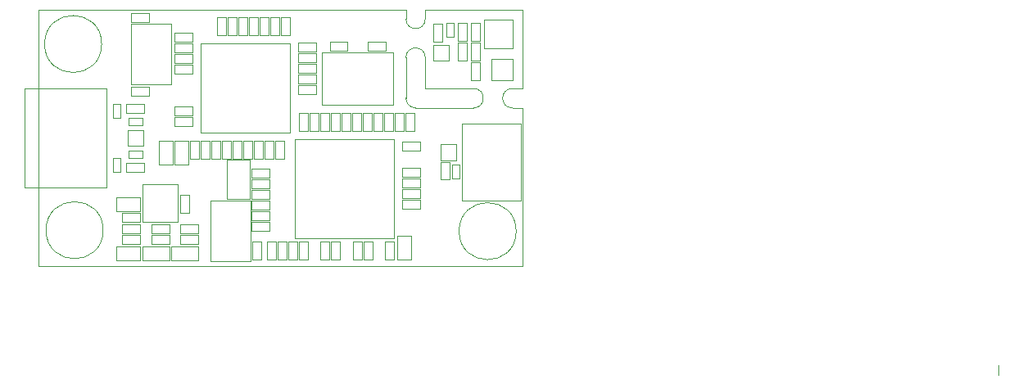
<source format=gbr>
%TF.GenerationSoftware,KiCad,Pcbnew,6.0.10-86aedd382b~118~ubuntu22.04.1*%
%TF.CreationDate,2023-01-11T10:16:45+01:00*%
%TF.ProjectId,nuc-compute-cluster-environment-sensor,6e75632d-636f-46d7-9075-74652d636c75,rev?*%
%TF.SameCoordinates,Original*%
%TF.FileFunction,Other,User*%
%FSLAX46Y46*%
G04 Gerber Fmt 4.6, Leading zero omitted, Abs format (unit mm)*
G04 Created by KiCad (PCBNEW 6.0.10-86aedd382b~118~ubuntu22.04.1) date 2023-01-11 10:16:45 commit a17aeb8*
%MOMM*%
%LPD*%
G01*
G04 APERTURE LIST*
%TA.AperFunction,Profile*%
%ADD10C,0.100000*%
%TD*%
%ADD11C,0.050000*%
G04 APERTURE END LIST*
D10*
X50000000Y18350000D02*
X50000000Y26500000D01*
X48950000Y18350000D02*
G75*
G03*
X48950000Y16350000I0J-1000000D01*
G01*
X44950000Y16350000D02*
G75*
G03*
X44950000Y18350000I0J1000000D01*
G01*
X50000000Y16350000D02*
X50000000Y0D01*
X39950000Y26500000D02*
X50000000Y26500000D01*
X0Y26500000D02*
X0Y0D01*
X48950000Y16350000D02*
X50000000Y16350000D01*
X37950000Y26500000D02*
X0Y26500000D01*
X37948194Y17351594D02*
G75*
G03*
X38948209Y16351594I1000006J6D01*
G01*
X39950000Y18350000D02*
X44950000Y18350000D01*
X39950000Y18350000D02*
X39950000Y21550000D01*
X37950000Y25550000D02*
X37950000Y26500000D01*
X37950000Y21550000D02*
X37948209Y17351594D01*
X39950000Y21550000D02*
G75*
G03*
X37950000Y21550000I-1000000J0D01*
G01*
X48950000Y18350000D02*
X50000000Y18350000D01*
X39950000Y25550000D02*
X39950000Y26500000D01*
X37950000Y25550000D02*
G75*
G03*
X39950000Y25550000I1000000J0D01*
G01*
X38948209Y16351594D02*
X44950000Y16350000D01*
X0Y0D02*
X50000000Y0D01*
D11*
X99228572Y-10235000D02*
X99228572Y-11235000D01*
%TO.C,Y2*%
X19450000Y6940000D02*
X21850000Y6940000D01*
X19450000Y10960000D02*
X21850000Y10960000D01*
X21850000Y10960000D02*
X21850000Y6940000D01*
X19450000Y10960000D02*
X19450000Y6940000D01*
%TO.C,U4*%
X36650000Y22050000D02*
X36650000Y16650000D01*
X29250000Y22050000D02*
X29250000Y16650000D01*
X36650000Y22050000D02*
X29250000Y22050000D01*
X36650000Y16650000D02*
X29250000Y16650000D01*
%TO.C,D1*%
X7635000Y15350000D02*
X8435000Y15350000D01*
X8435000Y15350000D02*
X8435000Y16750000D01*
X8435000Y16750000D02*
X7635000Y16750000D01*
X7635000Y16750000D02*
X7635000Y15350000D01*
%TO.C,C10*%
X15880000Y15530000D02*
X14020000Y15530000D01*
X15880000Y16470000D02*
X15880000Y15530000D01*
X14020000Y16470000D02*
X15880000Y16470000D01*
X14020000Y15530000D02*
X14020000Y16470000D01*
%TO.C,C20*%
X13530000Y4320000D02*
X13530000Y3380000D01*
X13530000Y3380000D02*
X11670000Y3380000D01*
X11670000Y4320000D02*
X13530000Y4320000D01*
X11670000Y3380000D02*
X11670000Y4320000D01*
%TO.C,J1*%
X-1465000Y18350000D02*
X-1465000Y8150000D01*
X6965000Y18350000D02*
X-1465000Y18350000D01*
X-1465000Y8150000D02*
X6965000Y8150000D01*
X6965000Y8150000D02*
X6965000Y18350000D01*
%TO.C,C11*%
X26820000Y20870000D02*
X28680000Y20870000D01*
X28680000Y20870000D02*
X28680000Y19930000D01*
X26820000Y19930000D02*
X26820000Y20870000D01*
X28680000Y19930000D02*
X26820000Y19930000D01*
%TO.C,R3*%
X10915000Y10670000D02*
X10915000Y9730000D01*
X9055000Y10670000D02*
X10915000Y10670000D01*
X9055000Y9730000D02*
X9055000Y10670000D01*
X10915000Y9730000D02*
X9055000Y9730000D01*
%TO.C,C5*%
X14020000Y21920000D02*
X15880000Y21920000D01*
X14020000Y20980000D02*
X14020000Y21920000D01*
X15880000Y21920000D02*
X15880000Y20980000D01*
X15880000Y20980000D02*
X14020000Y20980000D01*
%TO.C,U1*%
X16730000Y23020000D02*
X16730000Y13780000D01*
X25970000Y23020000D02*
X16730000Y23020000D01*
X16730000Y13780000D02*
X25970000Y13780000D01*
X25970000Y13780000D02*
X25970000Y23020000D01*
%TO.C,J2*%
X43760000Y14750000D02*
X49810000Y14750000D01*
X43760000Y6750000D02*
X43760000Y14750000D01*
X49810000Y14750000D02*
X49810000Y6750000D01*
X49810000Y6750000D02*
X43760000Y6750000D01*
%TO.C,R40*%
X39430000Y6870000D02*
X39430000Y5930000D01*
X39430000Y5930000D02*
X37570000Y5930000D01*
X37570000Y5930000D02*
X37570000Y6870000D01*
X37570000Y6870000D02*
X39430000Y6870000D01*
%TO.C,MP1*%
X6500000Y22950000D02*
G75*
G03*
X6500000Y22950000I-2950000J0D01*
G01*
%TO.C,C19*%
X13530000Y3170000D02*
X13530000Y2230000D01*
X13530000Y2230000D02*
X11670000Y2230000D01*
X11670000Y2230000D02*
X11670000Y3170000D01*
X11670000Y3170000D02*
X13530000Y3170000D01*
%TO.C,D5*%
X9160000Y14075000D02*
X10810000Y14075000D01*
X9160000Y12425000D02*
X9160000Y14075000D01*
X10810000Y12425000D02*
X9160000Y12425000D01*
X10810000Y14075000D02*
X10810000Y12425000D01*
%TO.C,R25*%
X16570000Y11070000D02*
X15630000Y11070000D01*
X16570000Y12930000D02*
X16570000Y11070000D01*
X15630000Y11070000D02*
X15630000Y12930000D01*
X15630000Y12930000D02*
X16570000Y12930000D01*
%TO.C,R20*%
X14620000Y3170000D02*
X16480000Y3170000D01*
X16480000Y2230000D02*
X14620000Y2230000D01*
X16480000Y3170000D02*
X16480000Y2230000D01*
X14620000Y2230000D02*
X14620000Y3170000D01*
%TO.C,R6*%
X19370000Y25730000D02*
X19370000Y23870000D01*
X18430000Y25730000D02*
X19370000Y25730000D01*
X18430000Y23870000D02*
X18430000Y25730000D01*
X19370000Y23870000D02*
X18430000Y23870000D01*
%TO.C,C28*%
X21980000Y6930000D02*
X21980000Y7870000D01*
X21980000Y7870000D02*
X23840000Y7870000D01*
X23840000Y6930000D02*
X21980000Y6930000D01*
X23840000Y7870000D02*
X23840000Y6930000D01*
%TO.C,C36*%
X29080000Y2530000D02*
X30020000Y2530000D01*
X29080000Y670000D02*
X29080000Y2530000D01*
X30020000Y670000D02*
X29080000Y670000D01*
X30020000Y2530000D02*
X30020000Y670000D01*
%TO.C,C18*%
X11430000Y18570000D02*
X11430000Y17630000D01*
X9570000Y18570000D02*
X11430000Y18570000D01*
X9570000Y17630000D02*
X9570000Y18570000D01*
X11430000Y17630000D02*
X9570000Y17630000D01*
%TO.C,C30*%
X35830000Y23220000D02*
X35830000Y22280000D01*
X33970000Y23220000D02*
X35830000Y23220000D01*
X33970000Y22280000D02*
X33970000Y23220000D01*
X35830000Y22280000D02*
X33970000Y22280000D01*
%TO.C,R5*%
X19530000Y25730000D02*
X20470000Y25730000D01*
X20470000Y25730000D02*
X20470000Y23870000D01*
X20470000Y23870000D02*
X19530000Y23870000D01*
X19530000Y23870000D02*
X19530000Y25730000D01*
%TO.C,U6*%
X49000000Y25500000D02*
X46000000Y25500000D01*
X49000000Y22500000D02*
X46000000Y22500000D01*
X49000000Y22500000D02*
X49000000Y25500000D01*
X46000000Y22500000D02*
X46000000Y25500000D01*
%TO.C,R7*%
X16480000Y3380000D02*
X14620000Y3380000D01*
X16480000Y4320000D02*
X16480000Y3380000D01*
X14620000Y4320000D02*
X16480000Y4320000D01*
X14620000Y3380000D02*
X14620000Y4320000D01*
%TO.C,R15*%
X24430000Y11070000D02*
X24430000Y12930000D01*
X25370000Y11070000D02*
X24430000Y11070000D01*
X25370000Y12930000D02*
X25370000Y11070000D01*
X24430000Y12930000D02*
X25370000Y12930000D01*
%TO.C,R26*%
X35730000Y13970000D02*
X35730000Y15830000D01*
X35730000Y15830000D02*
X36670000Y15830000D01*
X36670000Y13970000D02*
X35730000Y13970000D01*
X36670000Y15830000D02*
X36670000Y13970000D01*
%TO.C,R23*%
X39430000Y7970000D02*
X39430000Y7030000D01*
X37570000Y7030000D02*
X37570000Y7970000D01*
X37570000Y7970000D02*
X39430000Y7970000D01*
X39430000Y7030000D02*
X37570000Y7030000D01*
%TO.C,C8*%
X21570000Y23870000D02*
X20630000Y23870000D01*
X21570000Y25730000D02*
X21570000Y23870000D01*
X20630000Y25730000D02*
X21570000Y25730000D01*
X20630000Y23870000D02*
X20630000Y25730000D01*
%TO.C,R17*%
X24680000Y670000D02*
X24680000Y2530000D01*
X25620000Y2530000D02*
X25620000Y670000D01*
X24680000Y2530000D02*
X25620000Y2530000D01*
X25620000Y670000D02*
X24680000Y670000D01*
%TO.C,C23*%
X29080000Y15830000D02*
X30020000Y15830000D01*
X30020000Y15830000D02*
X30020000Y13970000D01*
X30020000Y13970000D02*
X29080000Y13970000D01*
X29080000Y13970000D02*
X29080000Y15830000D01*
%TO.C,FB1*%
X12440000Y10590000D02*
X12440000Y12810000D01*
X13860000Y12810000D02*
X13860000Y12950000D01*
X12440000Y10590000D02*
X12440000Y10450000D01*
X13860000Y12810000D02*
X13860000Y10590000D01*
X12440000Y12810000D02*
X12440000Y12950000D01*
X12440000Y12950000D02*
X13860000Y12950000D01*
X13860000Y10450000D02*
X12440000Y10450000D01*
X13860000Y10590000D02*
X13860000Y10450000D01*
%TO.C,U5*%
X48950000Y19215000D02*
X46750000Y19215000D01*
X46750000Y19215000D02*
X46750000Y21415000D01*
X46750000Y21415000D02*
X48950000Y21415000D01*
X48950000Y21415000D02*
X48950000Y19215000D01*
%TO.C,C29*%
X35780000Y670000D02*
X35780000Y2530000D01*
X36720000Y670000D02*
X35780000Y670000D01*
X35780000Y2530000D02*
X36720000Y2530000D01*
X36720000Y2530000D02*
X36720000Y670000D01*
%TO.C,R22*%
X23840000Y8970000D02*
X23840000Y8030000D01*
X21980000Y8970000D02*
X23840000Y8970000D01*
X21980000Y8030000D02*
X21980000Y8970000D01*
X23840000Y8030000D02*
X21980000Y8030000D01*
%TO.C,MP2*%
X6650000Y3700000D02*
G75*
G03*
X6650000Y3700000I-2950000J0D01*
G01*
%TO.C,R13*%
X23170000Y11070000D02*
X22230000Y11070000D01*
X23170000Y12930000D02*
X23170000Y11070000D01*
X22230000Y11070000D02*
X22230000Y12930000D01*
X22230000Y12930000D02*
X23170000Y12930000D01*
%TO.C,C22*%
X14580000Y7330000D02*
X15520000Y7330000D01*
X14580000Y5470000D02*
X14580000Y7330000D01*
X15520000Y7330000D02*
X15520000Y5470000D01*
X15520000Y5470000D02*
X14580000Y5470000D01*
%TO.C,Y3*%
X17760000Y6800000D02*
X21860000Y6800000D01*
X21860000Y500000D02*
X21860000Y6800000D01*
X17760000Y500000D02*
X17760000Y6800000D01*
X21860000Y500000D02*
X17760000Y500000D01*
%TO.C,C38*%
X45620000Y21095000D02*
X45620000Y19235000D01*
X44680000Y19235000D02*
X44680000Y21095000D01*
X45620000Y19235000D02*
X44680000Y19235000D01*
X44680000Y21095000D02*
X45620000Y21095000D01*
%TO.C,FB3*%
X8140000Y5690000D02*
X8000000Y5690000D01*
X10360000Y5690000D02*
X10500000Y5690000D01*
X8000000Y5690000D02*
X8000000Y7110000D01*
X10500000Y7110000D02*
X10500000Y5690000D01*
X8140000Y7110000D02*
X10360000Y7110000D01*
X8140000Y7110000D02*
X8000000Y7110000D01*
X10360000Y7110000D02*
X10500000Y7110000D01*
X10360000Y5690000D02*
X8140000Y5690000D01*
%TO.C,R37*%
X44220000Y23095000D02*
X44220000Y21235000D01*
X43280000Y21235000D02*
X43280000Y23095000D01*
X44220000Y21235000D02*
X43280000Y21235000D01*
X43280000Y23095000D02*
X44220000Y23095000D01*
%TO.C,R16*%
X25780000Y670000D02*
X25780000Y2530000D01*
X25780000Y2530000D02*
X26720000Y2530000D01*
X26720000Y670000D02*
X25780000Y670000D01*
X26720000Y2530000D02*
X26720000Y670000D01*
%TO.C,U2*%
X10725000Y4550000D02*
X10725000Y8450000D01*
X10725000Y8450000D02*
X14375000Y8450000D01*
X14375000Y4550000D02*
X14375000Y8450000D01*
X14375000Y4550000D02*
X10725000Y4550000D01*
%TO.C,C6*%
X15880000Y15370000D02*
X15880000Y14430000D01*
X15880000Y14430000D02*
X14020000Y14430000D01*
X14020000Y14430000D02*
X14020000Y15370000D01*
X14020000Y15370000D02*
X15880000Y15370000D01*
%TO.C,C33*%
X23855000Y4570000D02*
X23855000Y3630000D01*
X21995000Y4570000D02*
X23855000Y4570000D01*
X23855000Y3630000D02*
X21995000Y3630000D01*
X21995000Y3630000D02*
X21995000Y4570000D01*
%TO.C,R35*%
X28680000Y19770000D02*
X28680000Y18830000D01*
X26820000Y19770000D02*
X28680000Y19770000D01*
X26820000Y18830000D02*
X26820000Y19770000D01*
X28680000Y18830000D02*
X26820000Y18830000D01*
%TO.C,C37*%
X40780000Y23220000D02*
X40780000Y25080000D01*
X41720000Y23220000D02*
X40780000Y23220000D01*
X41720000Y25080000D02*
X41720000Y23220000D01*
X40780000Y25080000D02*
X41720000Y25080000D01*
%TO.C,FB2*%
X14040000Y12810000D02*
X14040000Y12950000D01*
X15460000Y12810000D02*
X15460000Y12950000D01*
X15460000Y12810000D02*
X15460000Y10590000D01*
X15460000Y10450000D02*
X14040000Y10450000D01*
X14040000Y10590000D02*
X14040000Y12810000D01*
X14040000Y10590000D02*
X14040000Y10450000D01*
X15460000Y10590000D02*
X15460000Y10450000D01*
X14040000Y12950000D02*
X15460000Y12950000D01*
%TO.C,Y1*%
X13650000Y18750000D02*
X9550000Y18750000D01*
X13650000Y18750000D02*
X13650000Y25050000D01*
X9550000Y18750000D02*
X9550000Y25050000D01*
X9550000Y25050000D02*
X13650000Y25050000D01*
%TO.C,R31*%
X28680000Y21030000D02*
X26820000Y21030000D01*
X28680000Y21970000D02*
X28680000Y21030000D01*
X26820000Y21030000D02*
X26820000Y21970000D01*
X26820000Y21970000D02*
X28680000Y21970000D01*
%TO.C,LD1*%
X13550000Y2010000D02*
X13550000Y590000D01*
X13550000Y2010000D02*
X10750000Y2010000D01*
X10750000Y2010000D02*
X10750000Y590000D01*
X13550000Y590000D02*
X10750000Y590000D01*
%TO.C,C32*%
X34520000Y2530000D02*
X34520000Y670000D01*
X33580000Y670000D02*
X33580000Y2530000D01*
X33580000Y2530000D02*
X34520000Y2530000D01*
X34520000Y670000D02*
X33580000Y670000D01*
%TO.C,D6*%
X43175000Y12575000D02*
X43175000Y10925000D01*
X41525000Y10925000D02*
X41525000Y12575000D01*
X43175000Y10925000D02*
X41525000Y10925000D01*
X41525000Y12575000D02*
X43175000Y12575000D01*
%TO.C,C26*%
X21980000Y9130000D02*
X21980000Y10070000D01*
X23840000Y9130000D02*
X21980000Y9130000D01*
X21980000Y10070000D02*
X23840000Y10070000D01*
X23840000Y10070000D02*
X23840000Y9130000D01*
%TO.C,C31*%
X33420000Y670000D02*
X32480000Y670000D01*
X32480000Y2530000D02*
X33420000Y2530000D01*
X32480000Y670000D02*
X32480000Y2530000D01*
X33420000Y2530000D02*
X33420000Y670000D01*
%TO.C,C2*%
X22670000Y25730000D02*
X22670000Y23870000D01*
X21730000Y23870000D02*
X21730000Y25730000D01*
X21730000Y25730000D02*
X22670000Y25730000D01*
X22670000Y23870000D02*
X21730000Y23870000D01*
%TO.C,R9*%
X37770000Y15830000D02*
X37770000Y13970000D01*
X37770000Y13970000D02*
X36830000Y13970000D01*
X36830000Y13970000D02*
X36830000Y15830000D01*
X36830000Y15830000D02*
X37770000Y15830000D01*
%TO.C,C21*%
X27980000Y15830000D02*
X28920000Y15830000D01*
X28920000Y13970000D02*
X27980000Y13970000D01*
X28920000Y15830000D02*
X28920000Y13970000D01*
X27980000Y13970000D02*
X27980000Y15830000D01*
%TO.C,C24*%
X42455000Y10780000D02*
X42455000Y8920000D01*
X41515000Y10780000D02*
X42455000Y10780000D01*
X42455000Y8920000D02*
X41515000Y8920000D01*
X41515000Y8920000D02*
X41515000Y10780000D01*
%TO.C,C1*%
X17670000Y11070000D02*
X16730000Y11070000D01*
X16730000Y11070000D02*
X16730000Y12930000D01*
X16730000Y12930000D02*
X17670000Y12930000D01*
X17670000Y12930000D02*
X17670000Y11070000D01*
%TO.C,R28*%
X23855000Y5670000D02*
X23855000Y4730000D01*
X21995000Y5670000D02*
X23855000Y5670000D01*
X23855000Y4730000D02*
X21995000Y4730000D01*
X21995000Y4730000D02*
X21995000Y5670000D01*
%TO.C,R24*%
X37570000Y9070000D02*
X39430000Y9070000D01*
X37570000Y8130000D02*
X37570000Y9070000D01*
X39430000Y9070000D02*
X39430000Y8130000D01*
X39430000Y8130000D02*
X37570000Y8130000D01*
%TO.C,C12*%
X25970000Y25730000D02*
X25970000Y23870000D01*
X25970000Y23870000D02*
X25030000Y23870000D01*
X25030000Y23870000D02*
X25030000Y25730000D01*
X25030000Y25730000D02*
X25970000Y25730000D01*
%TO.C,C35*%
X21995000Y5830000D02*
X21995000Y6770000D01*
X23855000Y5830000D02*
X21995000Y5830000D01*
X21995000Y6770000D02*
X23855000Y6770000D01*
X23855000Y6770000D02*
X23855000Y5830000D01*
%TO.C,C7*%
X23770000Y25730000D02*
X23770000Y23870000D01*
X22830000Y23870000D02*
X22830000Y25730000D01*
X22830000Y25730000D02*
X23770000Y25730000D01*
X23770000Y23870000D02*
X22830000Y23870000D01*
%TO.C,D4*%
X10685000Y11150000D02*
X9285000Y11150000D01*
X9285000Y11150000D02*
X9285000Y11950000D01*
X9285000Y11950000D02*
X10685000Y11950000D01*
X10685000Y11950000D02*
X10685000Y11150000D01*
%TO.C,D3*%
X10685000Y14550000D02*
X9285000Y14550000D01*
X9285000Y14550000D02*
X9285000Y15350000D01*
X9285000Y15350000D02*
X10685000Y15350000D01*
X10685000Y15350000D02*
X10685000Y14550000D01*
%TO.C,R27*%
X30070000Y23220000D02*
X31930000Y23220000D01*
X30070000Y22280000D02*
X30070000Y23220000D01*
X31930000Y22280000D02*
X30070000Y22280000D01*
X31930000Y23220000D02*
X31930000Y22280000D01*
%TO.C,FB5*%
X37090000Y790000D02*
X37090000Y3010000D01*
X37090000Y3150000D02*
X38510000Y3150000D01*
X38510000Y790000D02*
X38510000Y650000D01*
X37090000Y3010000D02*
X37090000Y3150000D01*
X38510000Y3010000D02*
X38510000Y790000D01*
X37090000Y790000D02*
X37090000Y650000D01*
X38510000Y3010000D02*
X38510000Y3150000D01*
X38510000Y650000D02*
X37090000Y650000D01*
%TO.C,D8*%
X40775000Y21225000D02*
X40775000Y22875000D01*
X42425000Y22875000D02*
X42425000Y21225000D01*
X40775000Y22875000D02*
X42425000Y22875000D01*
X42425000Y21225000D02*
X40775000Y21225000D01*
%TO.C,C27*%
X37570000Y11930000D02*
X37570000Y12870000D01*
X39430000Y11930000D02*
X37570000Y11930000D01*
X37570000Y12870000D02*
X39430000Y12870000D01*
X39430000Y12870000D02*
X39430000Y11930000D01*
%TO.C,R2*%
X10915000Y16770000D02*
X10915000Y15830000D01*
X9055000Y15830000D02*
X9055000Y16770000D01*
X9055000Y16770000D02*
X10915000Y16770000D01*
X10915000Y15830000D02*
X9055000Y15830000D01*
%TO.C,R21*%
X22030000Y670000D02*
X22030000Y2530000D01*
X22970000Y670000D02*
X22030000Y670000D01*
X22970000Y2530000D02*
X22970000Y670000D01*
X22030000Y2530000D02*
X22970000Y2530000D01*
%TO.C,R36*%
X26820000Y17730000D02*
X26820000Y18670000D01*
X26820000Y18670000D02*
X28680000Y18670000D01*
X28680000Y17730000D02*
X26820000Y17730000D01*
X28680000Y18670000D02*
X28680000Y17730000D01*
%TO.C,R39*%
X39430000Y10170000D02*
X39430000Y9230000D01*
X37570000Y9230000D02*
X37570000Y10170000D01*
X37570000Y10170000D02*
X39430000Y10170000D01*
X39430000Y9230000D02*
X37570000Y9230000D01*
%TO.C,R18*%
X24520000Y2530000D02*
X24520000Y670000D01*
X24520000Y670000D02*
X23580000Y670000D01*
X23580000Y2530000D02*
X24520000Y2530000D01*
X23580000Y670000D02*
X23580000Y2530000D01*
%TO.C,D9*%
X42100000Y23700000D02*
X42900000Y23700000D01*
X42900000Y23700000D02*
X42900000Y25100000D01*
X42900000Y25100000D02*
X42100000Y25100000D01*
X42100000Y25100000D02*
X42100000Y23700000D01*
%TO.C,R10*%
X38870000Y15830000D02*
X38870000Y13970000D01*
X37930000Y15830000D02*
X38870000Y15830000D01*
X37930000Y13970000D02*
X37930000Y15830000D01*
X38870000Y13970000D02*
X37930000Y13970000D01*
%TO.C,C25*%
X31120000Y15830000D02*
X31120000Y13970000D01*
X30180000Y15830000D02*
X31120000Y15830000D01*
X31120000Y13970000D02*
X30180000Y13970000D01*
X30180000Y13970000D02*
X30180000Y15830000D01*
%TO.C,R12*%
X22070000Y12930000D02*
X22070000Y11070000D01*
X21130000Y11070000D02*
X21130000Y12930000D01*
X21130000Y12930000D02*
X22070000Y12930000D01*
X22070000Y11070000D02*
X21130000Y11070000D01*
%TO.C,C3*%
X18770000Y12930000D02*
X18770000Y11070000D01*
X17830000Y12930000D02*
X18770000Y12930000D01*
X17830000Y11070000D02*
X17830000Y12930000D01*
X18770000Y11070000D02*
X17830000Y11070000D01*
%TO.C,C4*%
X8620000Y4320000D02*
X10480000Y4320000D01*
X8620000Y3380000D02*
X8620000Y4320000D01*
X10480000Y3380000D02*
X8620000Y3380000D01*
X10480000Y4320000D02*
X10480000Y3380000D01*
%TO.C,R8*%
X19870000Y12930000D02*
X19870000Y11070000D01*
X19870000Y11070000D02*
X18930000Y11070000D01*
X18930000Y11070000D02*
X18930000Y12930000D01*
X18930000Y12930000D02*
X19870000Y12930000D01*
%TO.C,R34*%
X33530000Y13970000D02*
X33530000Y15830000D01*
X34470000Y15830000D02*
X34470000Y13970000D01*
X33530000Y15830000D02*
X34470000Y15830000D01*
X34470000Y13970000D02*
X33530000Y13970000D01*
%TO.C,C9*%
X15880000Y19880000D02*
X14020000Y19880000D01*
X14020000Y20820000D02*
X15880000Y20820000D01*
X14020000Y19880000D02*
X14020000Y20820000D01*
X15880000Y20820000D02*
X15880000Y19880000D01*
%TO.C,C34*%
X30180000Y670000D02*
X30180000Y2530000D01*
X30180000Y2530000D02*
X31120000Y2530000D01*
X31120000Y670000D02*
X30180000Y670000D01*
X31120000Y2530000D02*
X31120000Y670000D01*
%TO.C,R33*%
X35570000Y15830000D02*
X35570000Y13970000D01*
X35570000Y13970000D02*
X34630000Y13970000D01*
X34630000Y13970000D02*
X34630000Y15830000D01*
X34630000Y15830000D02*
X35570000Y15830000D01*
%TO.C,R30*%
X31330000Y15830000D02*
X32270000Y15830000D01*
X32270000Y15830000D02*
X32270000Y13970000D01*
X32270000Y13970000D02*
X31330000Y13970000D01*
X31330000Y13970000D02*
X31330000Y15830000D01*
%TO.C,C16*%
X8620000Y3170000D02*
X10480000Y3170000D01*
X10480000Y2230000D02*
X8620000Y2230000D01*
X10480000Y3170000D02*
X10480000Y2230000D01*
X8620000Y2230000D02*
X8620000Y3170000D01*
%TO.C,R11*%
X20030000Y12930000D02*
X20970000Y12930000D01*
X20030000Y11070000D02*
X20030000Y12930000D01*
X20970000Y11070000D02*
X20030000Y11070000D01*
X20970000Y12930000D02*
X20970000Y11070000D01*
%TO.C,FB4*%
X10360000Y590000D02*
X8140000Y590000D01*
X10360000Y2010000D02*
X10500000Y2010000D01*
X8140000Y2010000D02*
X8000000Y2010000D01*
X8140000Y590000D02*
X8000000Y590000D01*
X8140000Y2010000D02*
X10360000Y2010000D01*
X8000000Y590000D02*
X8000000Y2010000D01*
X10500000Y2010000D02*
X10500000Y590000D01*
X10360000Y590000D02*
X10500000Y590000D01*
%TO.C,C40*%
X45620000Y21235000D02*
X44680000Y21235000D01*
X45620000Y23095000D02*
X45620000Y21235000D01*
X44680000Y23095000D02*
X45620000Y23095000D01*
X44680000Y21235000D02*
X44680000Y23095000D01*
%TO.C,R32*%
X26820000Y22180000D02*
X26820000Y23120000D01*
X28680000Y22180000D02*
X26820000Y22180000D01*
X28680000Y23120000D02*
X28680000Y22180000D01*
X26820000Y23120000D02*
X28680000Y23120000D01*
%TO.C,D7*%
X43485000Y10450000D02*
X42685000Y10450000D01*
X42685000Y10450000D02*
X42685000Y9050000D01*
X42685000Y9050000D02*
X43485000Y9050000D01*
X43485000Y9050000D02*
X43485000Y10450000D01*
%TO.C,MP3*%
X49350000Y3600000D02*
G75*
G03*
X49350000Y3600000I-2950000J0D01*
G01*
%TO.C,C15*%
X15880000Y23180000D02*
X14020000Y23180000D01*
X14020000Y23180000D02*
X14020000Y24120000D01*
X14020000Y24120000D02*
X15880000Y24120000D01*
X15880000Y24120000D02*
X15880000Y23180000D01*
%TO.C,C13*%
X23930000Y23870000D02*
X23930000Y25730000D01*
X24870000Y25730000D02*
X24870000Y23870000D01*
X24870000Y23870000D02*
X23930000Y23870000D01*
X23930000Y25730000D02*
X24870000Y25730000D01*
%TO.C,R19*%
X26880000Y2530000D02*
X27820000Y2530000D01*
X26880000Y670000D02*
X26880000Y2530000D01*
X27820000Y2530000D02*
X27820000Y670000D01*
X27820000Y670000D02*
X26880000Y670000D01*
%TO.C,R38*%
X43280000Y25095000D02*
X44220000Y25095000D01*
X44220000Y25095000D02*
X44220000Y23235000D01*
X44220000Y23235000D02*
X43280000Y23235000D01*
X43280000Y23235000D02*
X43280000Y25095000D01*
%TO.C,R4*%
X14020000Y22080000D02*
X14020000Y23020000D01*
X14020000Y23020000D02*
X15880000Y23020000D01*
X15880000Y22080000D02*
X14020000Y22080000D01*
X15880000Y23020000D02*
X15880000Y22080000D01*
%TO.C,C17*%
X26880000Y13970000D02*
X26880000Y15830000D01*
X27820000Y13970000D02*
X26880000Y13970000D01*
X26880000Y15830000D02*
X27820000Y15830000D01*
X27820000Y15830000D02*
X27820000Y13970000D01*
%TO.C,C14*%
X9570000Y25230000D02*
X9570000Y26170000D01*
X11430000Y25230000D02*
X9570000Y25230000D01*
X11430000Y26170000D02*
X11430000Y25230000D01*
X9570000Y26170000D02*
X11430000Y26170000D01*
%TO.C,R1*%
X8620000Y4530000D02*
X8620000Y5470000D01*
X8620000Y5470000D02*
X10480000Y5470000D01*
X10480000Y4530000D02*
X8620000Y4530000D01*
X10480000Y5470000D02*
X10480000Y4530000D01*
%TO.C,R14*%
X24270000Y11070000D02*
X23330000Y11070000D01*
X24270000Y12930000D02*
X24270000Y11070000D01*
X23330000Y11070000D02*
X23330000Y12930000D01*
X23330000Y12930000D02*
X24270000Y12930000D01*
%TO.C,R29*%
X33370000Y13970000D02*
X32430000Y13970000D01*
X33370000Y15830000D02*
X33370000Y13970000D01*
X32430000Y13970000D02*
X32430000Y15830000D01*
X32430000Y15830000D02*
X33370000Y15830000D01*
%TO.C,LD2*%
X16500000Y2010000D02*
X13700000Y2010000D01*
X16500000Y2010000D02*
X16500000Y590000D01*
X16500000Y590000D02*
X13700000Y590000D01*
X13700000Y2010000D02*
X13700000Y590000D01*
%TO.C,C39*%
X45620000Y25095000D02*
X45620000Y23235000D01*
X44680000Y23235000D02*
X44680000Y25095000D01*
X44680000Y25095000D02*
X45620000Y25095000D01*
X45620000Y23235000D02*
X44680000Y23235000D01*
%TO.C,U3*%
X26500000Y13100000D02*
X26500000Y2900000D01*
X36700000Y2900000D02*
X36700000Y13100000D01*
X26500000Y2900000D02*
X36700000Y2900000D01*
X26500000Y13100000D02*
X36700000Y13100000D01*
%TO.C,D2*%
X8435000Y11150000D02*
X7635000Y11150000D01*
X7635000Y11150000D02*
X7635000Y9750000D01*
X7635000Y9750000D02*
X8435000Y9750000D01*
X8435000Y9750000D02*
X8435000Y11150000D01*
%TD*%
M02*

</source>
